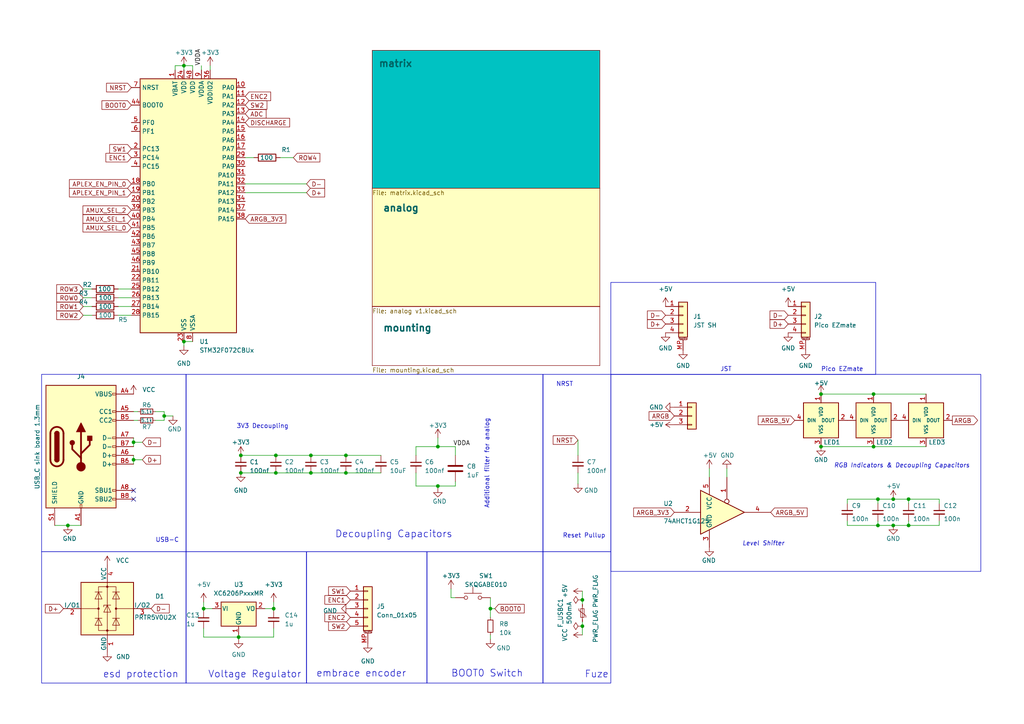
<source format=kicad_sch>
(kicad_sch (version 20231120) (generator "eeschema") (generator_version "8.0")
  (paper "A4")
  (lib_symbols
    (symbol "+3V3_1" (power) (pin_names (offset 0))
      (property "Value" "+3V3_1" (at 0 3.556 0))
      (symbol "+3V3_1_0_1"
        (polyline (pts (xy -0.762 1.27) (xy 0 2.54)))
        (polyline (pts (xy 0 0) (xy 0 2.54)))
        (polyline (pts (xy 0 2.54) (xy 0.762 1.27)))
      )
      (symbol "+3V3_1_1_1"
        (pin power_in line (at 0 0 90) (length 0) hide (name "+3V3") (number "1"))
      )
    )
    (symbol "74xGxx:74AHCT1G125"
      (property "Reference" "U" (at -2.54 3.81 0))
      (property "Value" "74AHCT1G125" (at 0 -3.81 0))
      (symbol "74AHCT1G125_0_1"
        (polyline (pts (xy -7.62 6.35) (xy -7.62 -6.35) (xy 5.08 0) (xy -7.62 6.35)) (stroke (width 0.254)) (fill (type background)))
      )
      (symbol "74AHCT1G125_1_1"
        (pin input inverted (at 0 10.16 270) (length 7.62) (name "~") (number "1"))
        (pin input line (at -15.24 0 0) (length 7.62) (name "~") (number "2"))
        (pin power_in line (at -5.08 -10.16 90) (length 5.08) (name "GND") (number "3"))
        (pin tri_state line (at 12.7 0 180) (length 7.62) (name "~") (number "4"))
        (pin power_in line (at -5.08 10.16 270) (length 5.08) (name "VCC") (number "5"))
      )
    )
    (symbol "Connector:USB_C_Receptacle_USB2.0" (pin_names (offset 1.016))
      (property "Reference" "J" (at -10.16 19.05 0))
      (property "Value" "USB_C_Receptacle_USB2.0" (at 19.05 19.05 0))
      (symbol "USB_C_Receptacle_USB2.0_0_0"
        (rectangle (start -0.254 -17.78) (end 0.254 -16.764))
        (rectangle (start 10.16 -14.986) (end 9.144 -15.494))
        (rectangle (start 10.16 -12.446) (end 9.144 -12.954))
        (rectangle (start 10.16 -4.826) (end 9.144 -5.334))
        (rectangle (start 10.16 -2.286) (end 9.144 -2.794))
        (rectangle (start 10.16 0.254) (end 9.144 -0.254))
        (rectangle (start 10.16 2.794) (end 9.144 2.286))
        (rectangle (start 10.16 7.874) (end 9.144 7.366))
        (rectangle (start 10.16 10.414) (end 9.144 9.906))
        (rectangle (start 10.16 15.494) (end 9.144 14.986))
      )
      (symbol "USB_C_Receptacle_USB2.0_0_1"
        (rectangle (start -10.16 17.78) (end 10.16 -17.78) (stroke (width 0.254)) (fill (type background)))
        (arc (start -8.89 -3.81) (mid -6.985 -5.7067) (end -5.08 -3.81) (stroke (width 0.508)))
        (arc (start -7.62 -3.81) (mid -6.985 -4.4423) (end -6.35 -3.81) (stroke (width 0.254)))
        (arc (start -7.62 -3.81) (mid -6.985 -4.4423) (end -6.35 -3.81) (stroke (width 0.254)) (fill (type outline)))
        (rectangle (start -7.62 -3.81) (end -6.35 3.81) (stroke (width 0.254)) (fill (type outline)))
        (arc (start -6.35 3.81) (mid -6.985 4.4423) (end -7.62 3.81) (stroke (width 0.254)))
        (arc (start -6.35 3.81) (mid -6.985 4.4423) (end -7.62 3.81) (stroke (width 0.254)) (fill (type outline)))
        (arc (start -5.08 3.81) (mid -6.985 5.7067) (end -8.89 3.81) (stroke (width 0.508)))
        (circle (center -2.54 1.143) (radius 0.635) (stroke (width 0.254)) (fill (type outline)))
        (circle (center 0 -5.842) (radius 1.27) (fill (type outline)))
        (polyline (pts (xy -8.89 -3.81) (xy -8.89 3.81)) (stroke (width 0.508)))
        (polyline (pts (xy -5.08 3.81) (xy -5.08 -3.81)) (stroke (width 0.508)))
        (polyline (pts (xy 0 -5.842) (xy 0 4.318)) (stroke (width 0.508)))
        (polyline (pts (xy 0 -3.302) (xy -2.54 -0.762) (xy -2.54 0.508)) (stroke (width 0.508)))
        (polyline (pts (xy 0 -2.032) (xy 2.54 0.508) (xy 2.54 1.778)) (stroke (width 0.508)))
        (polyline (pts (xy -1.27 4.318) (xy 0 6.858) (xy 1.27 4.318) (xy -1.27 4.318)) (stroke (width 0.254)) (fill (type outline)))
        (rectangle (start 1.905 1.778) (end 3.175 3.048) (stroke (width 0.254)) (fill (type outline)))
      )
      (symbol "USB_C_Receptacle_USB2.0_1_1"
        (pin passive line (at 0 -22.86 90) (length 5.08) (name "GND") (number "A1"))
        (pin passive line (at 0 -22.86 90) (length 5.08) hide (name "GND") (number "A12"))
        (pin passive line (at 15.24 15.24 180) (length 5.08) (name "VBUS") (number "A4"))
        (pin bidirectional line (at 15.24 10.16 180) (length 5.08) (name "CC1") (number "A5"))
        (pin bidirectional line (at 15.24 -2.54 180) (length 5.08) (name "D+") (number "A6"))
        (pin bidirectional line (at 15.24 2.54 180) (length 5.08) (name "D-") (number "A7"))
        (pin bidirectional line (at 15.24 -12.7 180) (length 5.08) (name "SBU1") (number "A8"))
        (pin passive line (at 15.24 15.24 180) (length 5.08) hide (name "VBUS") (number "A9"))
        (pin passive line (at 0 -22.86 90) (length 5.08) hide (name "GND") (number "B1"))
        (pin passive line (at 0 -22.86 90) (length 5.08) hide (name "GND") (number "B12"))
        (pin passive line (at 15.24 15.24 180) (length 5.08) hide (name "VBUS") (number "B4"))
        (pin bidirectional line (at 15.24 7.62 180) (length 5.08) (name "CC2") (number "B5"))
        (pin bidirectional line (at 15.24 -5.08 180) (length 5.08) (name "D+") (number "B6"))
        (pin bidirectional line (at 15.24 0 180) (length 5.08) (name "D-") (number "B7"))
        (pin bidirectional line (at 15.24 -15.24 180) (length 5.08) (name "SBU2") (number "B8"))
        (pin passive line (at 15.24 15.24 180) (length 5.08) hide (name "VBUS") (number "B9"))
        (pin passive line (at -7.62 -22.86 90) (length 5.08) (name "SHIELD") (number "S1"))
      )
    )
    (symbol "Connector_Generic:Conn_01x03" (pin_names (offset 1.016) hide)
      (property "Reference" "J" (at 0 5.08 0))
      (property "Value" "Conn_01x03" (at 0 -5.08 0))
      (symbol "Conn_01x03_1_1"
        (rectangle (start -1.27 -2.413) (end 0 -2.667) (stroke (width 0.1524)))
        (rectangle (start -1.27 0.127) (end 0 -0.127) (stroke (width 0.1524)))
        (rectangle (start -1.27 2.667) (end 0 2.413) (stroke (width 0.1524)))
        (rectangle (start -1.27 3.81) (end 1.27 -3.81) (stroke (width 0.254)) (fill (type background)))
        (pin passive line (at -5.08 2.54 0) (length 3.81) (name "Pin_1") (number "1"))
        (pin passive line (at -5.08 0 0) (length 3.81) (name "Pin_2") (number "2"))
        (pin passive line (at -5.08 -2.54 0) (length 3.81) (name "Pin_3") (number "3"))
      )
    )
    (symbol "Connector_Generic_MountingPin:Conn_01x04_MountingPin" (pin_names (offset 1.016) hide)
      (property "Reference" "J" (at 0 5.08 0))
      (property "Value" "Conn_01x04_MountingPin" (at 1.27 -7.62 0))
      (symbol "Conn_01x04_MountingPin_1_1"
        (rectangle (start -1.27 -4.953) (end 0 -5.207) (stroke (width 0.1524)))
        (rectangle (start -1.27 -2.413) (end 0 -2.667) (stroke (width 0.1524)))
        (rectangle (start -1.27 0.127) (end 0 -0.127) (stroke (width 0.1524)))
        (rectangle (start -1.27 2.667) (end 0 2.413) (stroke (width 0.1524)))
        (rectangle (start -1.27 3.81) (end 1.27 -6.35) (stroke (width 0.254)) (fill (type background)))
        (polyline (pts (xy -1.016 -7.112) (xy 1.016 -7.112)) (stroke (width 0.1524)))
        (text "Mounting" (at 0 -6.731 0) (effects (font (size 0.381 0.381))))
        (pin passive line (at -5.08 2.54 0) (length 3.81) (name "Pin_1") (number "1"))
        (pin passive line (at -5.08 0 0) (length 3.81) (name "Pin_2") (number "2"))
        (pin passive line (at -5.08 -2.54 0) (length 3.81) (name "Pin_3") (number "3"))
        (pin passive line (at -5.08 -5.08 0) (length 3.81) (name "Pin_4") (number "4"))
        (pin passive line (at 0 -10.16 90) (length 3.048) (name "MountPin") (number "MP"))
      )
    )
    (symbol "Connector_Generic_MountingPin:Conn_01x05_MountingPin" (pin_names (offset 1.016) hide)
      (property "Reference" "J" (at 0 7.62 0))
      (property "Value" "Conn_01x05_MountingPin" (at 1.27 -7.62 0))
      (symbol "Conn_01x05_MountingPin_1_1"
        (rectangle (start -1.27 -4.953) (end 0 -5.207) (stroke (width 0.1524)))
        (rectangle (start -1.27 -2.413) (end 0 -2.667) (stroke (width 0.1524)))
        (rectangle (start -1.27 0.127) (end 0 -0.127) (stroke (width 0.1524)))
        (rectangle (start -1.27 2.667) (end 0 2.413) (stroke (width 0.1524)))
        (rectangle (start -1.27 5.207) (end 0 4.953) (stroke (width 0.1524)))
        (rectangle (start -1.27 6.35) (end 1.27 -6.35) (stroke (width 0.254)) (fill (type background)))
        (polyline (pts (xy -1.016 -7.112) (xy 1.016 -7.112)) (stroke (width 0.1524)))
        (text "Mounting" (at 0 -6.731 0) (effects (font (size 0.381 0.381))))
        (pin passive line (at -5.08 5.08 0) (length 3.81) (name "Pin_1") (number "1"))
        (pin passive line (at -5.08 2.54 0) (length 3.81) (name "Pin_2") (number "2"))
        (pin passive line (at -5.08 0 0) (length 3.81) (name "Pin_3") (number "3"))
        (pin passive line (at -5.08 -2.54 0) (length 3.81) (name "Pin_4") (number "4"))
        (pin passive line (at -5.08 -5.08 0) (length 3.81) (name "Pin_5") (number "5"))
        (pin passive line (at 0 -10.16 90) (length 3.048) (name "MountPin") (number "MP"))
      )
    )
    (symbol "Device:C" (pin_numbers hide) (pin_names (offset 0.254))
      (property "Reference" "C" (at 0.635 2.54 0))
      (property "Value" "C" (at 0.635 -2.54 0))
      (symbol "C_0_1"
        (polyline (pts (xy -2.032 -0.762) (xy 2.032 -0.762)) (stroke (width 0.508)))
        (polyline (pts (xy -2.032 0.762) (xy 2.032 0.762)) (stroke (width 0.508)))
      )
      (symbol "C_1_1"
        (pin passive line (at 0 3.81 270) (length 2.794) (name "~") (number "1"))
        (pin passive line (at 0 -3.81 90) (length 2.794) (name "~") (number "2"))
      )
    )
    (symbol "Device:C_Small" (pin_numbers hide) (pin_names (offset 0.254) hide)
      (property "Reference" "C" (at 0.254 1.778 0))
      (property "Value" "C_Small" (at 0.254 -2.032 0))
      (symbol "C_Small_0_1"
        (polyline (pts (xy -1.524 -0.508) (xy 1.524 -0.508)) (stroke (width 0.3302)))
        (polyline (pts (xy -1.524 0.508) (xy 1.524 0.508)) (stroke (width 0.3048)))
      )
      (symbol "C_Small_1_1"
        (pin passive line (at 0 2.54 270) (length 2.032) (name "~") (number "1"))
        (pin passive line (at 0 -2.54 90) (length 2.032) (name "~") (number "2"))
      )
    )
    (symbol "Device:Polyfuse_Small" (pin_numbers hide) (pin_names (offset 0))
      (property "Reference" "F" (at -1.905 0 90))
      (property "Value" "Polyfuse_Small" (at 1.905 0 90))
      (symbol "Polyfuse_Small_0_1"
        (rectangle (start -0.508 1.27) (end 0.508 -1.27))
        (polyline (pts (xy 0 2.54) (xy 0 -2.54)))
        (polyline (pts (xy -1.016 1.27) (xy -1.016 0.762) (xy 1.016 -0.762) (xy 1.016 -1.27)))
      )
      (symbol "Polyfuse_Small_1_1"
        (pin passive line (at 0 2.54 270) (length 0.635) (name "~") (number "1"))
        (pin passive line (at 0 -2.54 90) (length 0.635) (name "~") (number "2"))
      )
    )
    (symbol "Device:R" (pin_numbers hide) (pin_names (offset 0))
      (property "Reference" "R" (at 2.032 0 90))
      (property "Value" "R" (at 0 0 90))
      (symbol "R_0_1"
        (rectangle (start -1.016 -2.54) (end 1.016 2.54) (stroke (width 0.254)))
      )
      (symbol "R_1_1"
        (pin passive line (at 0 3.81 270) (length 1.27) (name "~") (number "1"))
        (pin passive line (at 0 -3.81 90) (length 1.27) (name "~") (number "2"))
      )
    )
    (symbol "Device:R_Small" (pin_numbers hide) (pin_names (offset 0.254) hide)
      (property "Reference" "R" (at 0.762 0.508 0))
      (property "Value" "R_Small" (at 0.762 -1.016 0))
      (symbol "R_Small_0_1"
        (rectangle (start -0.762 1.778) (end 0.762 -1.778) (stroke (width 0.2032)))
      )
      (symbol "R_Small_1_1"
        (pin passive line (at 0 2.54 270) (length 0.762) (name "~") (number "1"))
        (pin passive line (at 0 -2.54 90) (length 0.762) (name "~") (number "2"))
      )
    )
    (symbol "GND_1" (power) (pin_names (offset 0))
      (property "Value" "GND_1" (at 0 -3.81 0))
      (symbol "GND_1_0_1"
        (polyline (pts (xy 0 0) (xy 0 -1.27) (xy 1.27 -1.27) (xy 0 -2.54) (xy -1.27 -1.27) (xy 0 -1.27)))
      )
      (symbol "GND_1_1_1"
        (pin power_in line (at 0 0 270) (length 0) hide (name "GND") (number "1"))
      )
    )
    (symbol "MCU_ST_STM32F0:STM32F072CBUx"
      (property "Reference" "U" (at -12.7 39.37 0))
      (property "Value" "STM32F072CBUx" (at 10.16 39.37 0))
      (symbol "STM32F072CBUx_0_1"
        (rectangle (start -12.7 -35.56) (end 15.24 38.1) (stroke (width 0.254)) (fill (type background)))
      )
      (symbol "STM32F072CBUx_1_1"
        (pin power_in line (at -2.54 40.64 270) (length 2.54) (name "VBAT") (number "1"))
        (pin bidirectional line (at 17.78 35.56 180) (length 2.54) (name "PA0") (number "10"))
        (pin bidirectional line (at 17.78 33.02 180) (length 2.54) (name "PA1") (number "11"))
        (pin bidirectional line (at 17.78 30.48 180) (length 2.54) (name "PA2") (number "12"))
        (pin bidirectional line (at 17.78 27.94 180) (length 2.54) (name "PA3") (number "13"))
        (pin bidirectional line (at 17.78 25.4 180) (length 2.54) (name "PA4") (number "14"))
        (pin bidirectional line (at 17.78 22.86 180) (length 2.54) (name "PA5") (number "15"))
        (pin bidirectional line (at 17.78 20.32 180) (length 2.54) (name "PA6") (number "16"))
        (pin bidirectional line (at 17.78 17.78 180) (length 2.54) (name "PA7") (number "17"))
        (pin bidirectional line (at -15.24 7.62 0) (length 2.54) (name "PB0") (number "18"))
        (pin bidirectional line (at -15.24 5.08 0) (length 2.54) (name "PB1") (number "19"))
        (pin bidirectional line (at -15.24 17.78 0) (length 2.54) (name "PC13") (number "2"))
        (pin bidirectional line (at -15.24 2.54 0) (length 2.54) (name "PB2") (number "20"))
        (pin bidirectional line (at -15.24 -17.78 0) (length 2.54) (name "PB10") (number "21"))
        (pin bidirectional line (at -15.24 -20.32 0) (length 2.54) (name "PB11") (number "22"))
        (pin power_in line (at 0 -38.1 90) (length 2.54) (name "VSS") (number "23"))
        (pin power_in line (at 0 40.64 270) (length 2.54) (name "VDD") (number "24"))
        (pin bidirectional line (at -15.24 -22.86 0) (length 2.54) (name "PB12") (number "25"))
        (pin bidirectional line (at -15.24 -25.4 0) (length 2.54) (name "PB13") (number "26"))
        (pin bidirectional line (at -15.24 -27.94 0) (length 2.54) (name "PB14") (number "27"))
        (pin bidirectional line (at -15.24 -30.48 0) (length 2.54) (name "PB15") (number "28"))
        (pin bidirectional line (at 17.78 15.24 180) (length 2.54) (name "PA8") (number "29"))
        (pin bidirectional line (at -15.24 15.24 0) (length 2.54) (name "PC14") (number "3"))
        (pin bidirectional line (at 17.78 12.7 180) (length 2.54) (name "PA9") (number "30"))
        (pin bidirectional line (at 17.78 10.16 180) (length 2.54) (name "PA10") (number "31"))
        (pin bidirectional line (at 17.78 7.62 180) (length 2.54) (name "PA11") (number "32"))
        (pin bidirectional line (at 17.78 5.08 180) (length 2.54) (name "PA12") (number "33"))
        (pin bidirectional line (at 17.78 2.54 180) (length 2.54) (name "PA13") (number "34"))
        (pin passive line (at 0 -38.1 90) (length 2.54) hide (name "VSS") (number "35"))
        (pin power_in line (at 7.62 40.64 270) (length 2.54) (name "VDDIO2") (number "36"))
        (pin bidirectional line (at 17.78 0 180) (length 2.54) (name "PA14") (number "37"))
        (pin bidirectional line (at 17.78 -2.54 180) (length 2.54) (name "PA15") (number "38"))
        (pin bidirectional line (at -15.24 0 0) (length 2.54) (name "PB3") (number "39"))
        (pin bidirectional line (at -15.24 12.7 0) (length 2.54) (name "PC15") (number "4"))
        (pin bidirectional line (at -15.24 -2.54 0) (length 2.54) (name "PB4") (number "40"))
        (pin bidirectional line (at -15.24 -5.08 0) (length 2.54) (name "PB5") (number "41"))
        (pin bidirectional line (at -15.24 -7.62 0) (length 2.54) (name "PB6") (number "42"))
        (pin bidirectional line (at -15.24 -10.16 0) (length 2.54) (name "PB7") (number "43"))
        (pin input line (at -15.24 30.48 0) (length 2.54) (name "BOOT0") (number "44"))
        (pin bidirectional line (at -15.24 -12.7 0) (length 2.54) (name "PB8") (number "45"))
        (pin bidirectional line (at -15.24 -15.24 0) (length 2.54) (name "PB9") (number "46"))
        (pin passive line (at 0 -38.1 90) (length 2.54) hide (name "VSS") (number "47"))
        (pin power_in line (at 2.54 40.64 270) (length 2.54) (name "VDD") (number "48"))
        (pin passive line (at 0 -38.1 90) (length 2.54) hide (name "VSS") (number "49"))
        (pin bidirectional line (at -15.24 25.4 0) (length 2.54) (name "PF0") (number "5"))
        (pin bidirectional line (at -15.24 22.86 0) (length 2.54) (name "PF1") (number "6"))
        (pin input line (at -15.24 35.56 0) (length 2.54) (name "NRST") (number "7"))
        (pin power_in line (at 2.54 -38.1 90) (length 2.54) (name "VSSA") (number "8"))
        (pin power_in line (at 5.08 40.64 270) (length 2.54) (name "VDDA") (number "9"))
      )
    )
    (symbol "Power_Protection:PRTR5V0U2X" (pin_names (offset 0))
      (property "Reference" "D" (at 2.794 8.636 0))
      (property "Value" "PRTR5V0U2X" (at 8.128 -9.398 0))
      (symbol "PRTR5V0U2X_0_1"
        (rectangle (start -7.62 -7.62) (end 7.62 7.62) (stroke (width 0.254)) (fill (type background)))
        (circle (center -2.54 0) (radius 0.254) (fill (type outline)))
        (rectangle (start -2.54 6.35) (end 2.54 -6.35))
        (circle (center 0 -6.35) (radius 0.254) (fill (type outline)))
        (polyline (pts (xy -2.54 0) (xy -7.62 0)))
        (polyline (pts (xy -1.524 -2.794) (xy -3.556 -2.794)))
        (polyline (pts (xy -1.524 4.826) (xy -3.556 4.826)))
        (polyline (pts (xy 0 -7.62) (xy 0 7.62)))
        (polyline (pts (xy 1.524 -2.794) (xy 3.556 -2.794)))
        (polyline (pts (xy 1.524 4.826) (xy 3.556 4.826)))
        (polyline (pts (xy 2.54 0) (xy 7.62 0)))
        (polyline (pts (xy 1.016 1.016) (xy -1.016 1.016) (xy -1.016 0.508)))
        (polyline (pts (xy -3.556 -4.826) (xy -1.524 -4.826) (xy -2.54 -2.794) (xy -3.556 -4.826)))
        (polyline (pts (xy -3.556 2.794) (xy -1.524 2.794) (xy -2.54 4.826) (xy -3.556 2.794)))
        (polyline (pts (xy -1.016 -1.016) (xy 1.016 -1.016) (xy 0 1.016) (xy -1.016 -1.016)))
        (polyline (pts (xy 3.556 -4.826) (xy 1.524 -4.826) (xy 2.54 -2.794) (xy 3.556 -4.826)))
        (polyline (pts (xy 3.556 2.794) (xy 1.524 2.794) (xy 2.54 4.826) (xy 3.556 2.794)))
        (circle (center 0 6.35) (radius 0.254) (fill (type outline)))
        (circle (center 2.54 0) (radius 0.254) (fill (type outline)))
      )
      (symbol "PRTR5V0U2X_1_1"
        (pin passive line (at 0 -12.7 90) (length 5.08) (name "GND") (number "1"))
        (pin passive line (at -12.7 0 0) (length 5.08) (name "I/O1") (number "2"))
        (pin passive line (at 12.7 0 180) (length 5.08) (name "I/O2") (number "3"))
        (pin passive line (at 0 12.7 270) (length 5.08) (name "VCC") (number "4"))
      )
    )
    (symbol "Regulator_Linear:XC6206PxxxMR" (pin_names (offset 0.254))
      (property "Reference" "U" (at -3.81 3.175 0))
      (property "Value" "XC6206PxxxMR" (at 0 3.175 0))
      (symbol "XC6206PxxxMR_0_1"
        (rectangle (start -5.08 1.905) (end 5.08 -5.08) (stroke (width 0.254)) (fill (type background)))
      )
      (symbol "XC6206PxxxMR_1_1"
        (pin power_in line (at 0 -7.62 90) (length 2.54) (name "GND") (number "1"))
        (pin power_out line (at 7.62 0 180) (length 2.54) (name "VO") (number "2"))
        (pin power_in line (at -7.62 0 0) (length 2.54) (name "VI") (number "3"))
      )
    )
    (symbol "Switch:SW_Push" (pin_numbers hide) (pin_names (offset 1.016) hide)
      (property "Reference" "SW" (at 1.27 2.54 0))
      (property "Value" "SW_Push" (at 0 -1.524 0))
      (symbol "SW_Push_0_1"
        (circle (center -2.032 0) (radius 0.508))
        (polyline (pts (xy 0 1.27) (xy 0 3.048)))
        (polyline (pts (xy 2.54 1.27) (xy -2.54 1.27)))
        (circle (center 2.032 0) (radius 0.508))
        (pin passive line (at -5.08 0 0) (length 2.54) (name "1") (number "1"))
        (pin passive line (at 5.08 0 180) (length 2.54) (name "2") (number "2"))
      )
    )
    (symbol "cipulot_parts:YS-SK6812MINI-E" (pin_names (offset 1.016))
      (property "Reference" "LED" (at 2.54 -7.62 0))
      (property "Value" "YS-SK6812MINI-E" (at 6.35 -6.35 0))
      (symbol "YS-SK6812MINI-E_0_1"
        (rectangle (start -5.08 5.08) (end 5.08 -5.08) (stroke (width 0.254)) (fill (type background)))
      )
      (symbol "YS-SK6812MINI-E_1_1"
        (pin power_in line (at 0 7.62 270) (length 2.54) (name "VDD") (number "1"))
        (pin output line (at 7.62 0 180) (length 2.54) (name "DOUT") (number "2"))
        (pin power_in line (at 0 -7.62 90) (length 2.54) (name "VSS") (number "3"))
        (pin input line (at -7.62 0 0) (length 2.54) (name "DIN") (number "4"))
      )
    )
    (symbol "power:+3.3V" (power) (pin_names (offset 0))
      (property "Value" "+3.3V" (at 0 3.556 0))
      (symbol "+3.3V_0_1"
        (polyline (pts (xy -0.762 1.27) (xy 0 2.54)))
        (polyline (pts (xy 0 0) (xy 0 2.54)))
        (polyline (pts (xy 0 2.54) (xy 0.762 1.27)))
      )
      (symbol "+3.3V_1_1"
        (pin power_in line (at 0 0 90) (length 0) hide (name "+3V3") (number "1"))
      )
    )
    (symbol "power:+3V3" (power) (pin_names (offset 0))
      (property "Value" "+3V3" (at 0 3.556 0))
      (symbol "+3V3_0_1"
        (polyline (pts (xy -0.762 1.27) (xy 0 2.54)))
        (polyline (pts (xy 0 0) (xy 0 2.54)))
        (polyline (pts (xy 0 2.54) (xy 0.762 1.27)))
      )
      (symbol "+3V3_1_1"
        (pin power_in line (at 0 0 90) (length 0) hide (name "+3V3") (number "1"))
      )
    )
    (symbol "power:+5V" (power) (pin_names (offset 0))
      (property "Value" "+5V" (at 0 3.556 0))
      (symbol "+5V_0_1"
        (polyline (pts (xy -0.762 1.27) (xy 0 2.54)))
        (polyline (pts (xy 0 0) (xy 0 2.54)))
        (polyline (pts (xy 0 2.54) (xy 0.762 1.27)))
      )
      (symbol "+5V_1_1"
        (pin power_in line (at 0 0 90) (length 0) hide (name "+5V") (number "1"))
      )
    )
    (symbol "power:GND" (power) (pin_names (offset 0))
      (property "Value" "GND" (at 0 -3.81 0))
      (symbol "GND_0_1"
        (polyline (pts (xy 0 0) (xy 0 -1.27) (xy 1.27 -1.27) (xy 0 -2.54) (xy -1.27 -1.27) (xy 0 -1.27)))
      )
      (symbol "GND_1_1"
        (pin power_in line (at 0 0 270) (length 0) hide (name "GND") (number "1"))
      )
    )
    (symbol "power:PWR_FLAG" (power) (pin_numbers hide) (pin_names (offset 0) hide)
      (property "Value" "PWR_FLAG" (at 0 3.81 0))
      (symbol "PWR_FLAG_0_0"
        (pin power_out line (at 0 0 90) (length 0) (name "pwr") (number "1"))
      )
      (symbol "PWR_FLAG_0_1"
        (polyline (pts (xy 0 0) (xy 0 1.27) (xy -1.016 1.905) (xy 0 2.54) (xy 1.016 1.905) (xy 0 1.27)))
      )
    )
    (symbol "power:VCC" (power) (pin_names (offset 0))
      (property "Value" "VCC" (at 0 3.81 0))
      (symbol "VCC_0_1"
        (polyline (pts (xy -0.762 1.27) (xy 0 2.54)))
        (polyline (pts (xy 0 0) (xy 0 2.54)))
        (polyline (pts (xy 0 2.54) (xy 0.762 1.27)))
      )
      (symbol "VCC_1_1"
        (pin power_in line (at 0 0 90) (length 0) hide (name "VCC") (number "1"))
      )
    )
  )
  (junction (at 90.17 132.08))
  (junction (at 53.34 19.05))
  (junction (at 127 129.54))
  (junction (at 69.85 132.08))
  (junction (at 79.375 176.53))
  (junction (at 253.365 114.3))
  (junction (at 90.17 137.16))
  (junction (at 47.625 120.65))
  (junction (at 238.125 114.3))
  (junction (at 254.635 144.78))
  (junction (at 253.365 129.54))
  (junction (at 59.055 176.53))
  (junction (at 127 140.97))
  (junction (at 80.01 137.16))
  (junction (at 254.635 152.4))
  (junction (at 80.01 132.08))
  (junction (at 38.735 128.27))
  (junction (at 69.85 137.16))
  (junction (at 259.08 152.4))
  (junction (at 142.24 176.53))
  (junction (at 19.685 152.4))
  (junction (at 168.91 181.61))
  (junction (at 263.525 144.78))
  (junction (at 100.33 132.08))
  (junction (at 168.91 173.99))
  (junction (at 259.08 144.78))
  (junction (at 100.33 137.16))
  (junction (at 263.525 152.4))
  (junction (at 53.34 99.06))
  (junction (at 38.735 133.35))
  (junction (at 69.215 184.785))
  (junction (at 238.125 129.54))
  (no_connect (at 38.735 142.24))
  (no_connect (at 38.735 144.78))
  (wire (pts (xy 132.08 173.355) (xy 130.81 173.355)))
  (wire (pts (xy 38.735 133.35) (xy 38.735 134.62)))
  (wire (pts (xy 24.13 86.36) (xy 26.67 86.36)))
  (wire (pts (xy 167.64 140.335) (xy 167.64 137.16)))
  (wire (pts (xy 53.34 100.33) (xy 53.34 99.06)))
  (wire (pts (xy 59.055 177.165) (xy 59.055 176.53)))
  (wire (pts (xy 59.055 176.53) (xy 61.595 176.53)))
  (wire (pts (xy 90.17 132.08) (xy 100.33 132.08)))
  (wire (pts (xy 168.91 175.26) (xy 168.91 173.99)))
  (wire (pts (xy 245.745 151.13) (xy 245.745 152.4)))
  (wire (pts (xy 34.29 86.36) (xy 38.1 86.36)))
  (wire (pts (xy 210.82 135.89) (xy 210.82 138.43)))
  (wire (pts (xy 24.13 88.9) (xy 26.67 88.9)))
  (wire (pts (xy 38.735 119.38) (xy 40.005 119.38)))
  (wire (pts (xy 100.33 137.16) (xy 110.49 137.16)))
  (wire (pts (xy 132.08 139.7) (xy 132.08 140.97)))
  (wire (pts (xy 272.415 151.13) (xy 272.415 152.4)))
  (wire (pts (xy 80.01 132.08) (xy 90.17 132.08)))
  (wire (pts (xy 50.8 19.05) (xy 53.34 19.05)))
  (wire (pts (xy 79.375 176.53) (xy 79.375 177.165)))
  (wire (pts (xy 168.91 184.15) (xy 168.91 181.61)))
  (wire (pts (xy 69.215 184.15) (xy 69.215 184.785)))
  (wire (pts (xy 254.635 144.78) (xy 254.635 146.05)))
  (wire (pts (xy 253.365 129.54) (xy 268.605 129.54)))
  (wire (pts (xy 259.08 144.78) (xy 263.525 144.78)))
  (wire (pts (xy 50.8 19.05) (xy 50.8 20.32)))
  (wire (pts (xy 130.81 173.355) (xy 130.81 170.815)))
  (wire (pts (xy 15.875 152.4) (xy 19.685 152.4)))
  (wire (pts (xy 142.24 176.53) (xy 143.51 176.53)))
  (wire (pts (xy 272.415 144.78) (xy 272.415 146.05)))
  (wire (pts (xy 81.28 45.72) (xy 85.09 45.72)))
  (wire (pts (xy 168.91 173.99) (xy 168.91 171.45)))
  (wire (pts (xy 253.365 114.3) (xy 268.605 114.3)))
  (wire (pts (xy 47.625 119.38) (xy 47.625 120.65)))
  (wire (pts (xy 127 140.97) (xy 132.08 140.97)))
  (wire (pts (xy 142.24 176.53) (xy 142.24 179.07)))
  (wire (pts (xy 69.215 184.785) (xy 69.215 185.42)))
  (wire (pts (xy 90.17 137.16) (xy 100.33 137.16)))
  (wire (pts (xy 142.24 173.355) (xy 142.24 176.53)))
  (wire (pts (xy 132.08 129.54) (xy 132.08 132.08)))
  (wire (pts (xy 58.42 19.05) (xy 58.42 20.32)))
  (wire (pts (xy 263.525 152.4) (xy 272.415 152.4)))
  (wire (pts (xy 38.735 132.08) (xy 38.735 133.35)))
  (wire (pts (xy 69.215 184.785) (xy 79.375 184.785)))
  (wire (pts (xy 263.525 144.78) (xy 263.525 146.05)))
  (wire (pts (xy 120.65 129.54) (xy 127 129.54)))
  (wire (pts (xy 38.735 128.27) (xy 38.735 129.54)))
  (wire (pts (xy 88.9 55.88) (xy 71.12 55.88)))
  (wire (pts (xy 45.085 121.92) (xy 47.625 121.92)))
  (wire (pts (xy 53.34 99.06) (xy 55.88 99.06)))
  (wire (pts (xy 59.055 176.53) (xy 59.055 174.625)))
  (wire (pts (xy 24.13 91.44) (xy 26.67 91.44)))
  (wire (pts (xy 168.91 181.61) (xy 168.91 180.34)))
  (wire (pts (xy 76.835 176.53) (xy 79.375 176.53)))
  (wire (pts (xy 47.625 120.65) (xy 47.625 121.92)))
  (wire (pts (xy 53.34 19.05) (xy 55.88 19.05)))
  (wire (pts (xy 53.34 19.05) (xy 53.34 20.32)))
  (wire (pts (xy 120.65 129.54) (xy 120.65 132.08)))
  (wire (pts (xy 71.12 45.72) (xy 73.66 45.72)))
  (wire (pts (xy 127 129.54) (xy 132.08 129.54)))
  (wire (pts (xy 24.13 83.82) (xy 26.67 83.82)))
  (wire (pts (xy 34.29 83.82) (xy 38.1 83.82)))
  (wire (pts (xy 254.635 151.13) (xy 254.635 152.4)))
  (wire (pts (xy 142.24 184.15) (xy 142.24 185.42)))
  (wire (pts (xy 245.745 144.78) (xy 245.745 146.05)))
  (wire (pts (xy 263.525 151.13) (xy 263.525 152.4)))
  (wire (pts (xy 69.215 184.785) (xy 59.055 184.785)))
  (wire (pts (xy 167.64 127.635) (xy 167.64 132.08)))
  (wire (pts (xy 259.08 152.4) (xy 263.525 152.4)))
  (wire (pts (xy 127 140.97) (xy 127 141.605)))
  (wire (pts (xy 38.735 127) (xy 38.735 128.27)))
  (wire (pts (xy 38.735 121.92) (xy 40.005 121.92)))
  (wire (pts (xy 254.635 152.4) (xy 259.08 152.4)))
  (wire (pts (xy 60.96 19.05) (xy 60.96 20.32)))
  (wire (pts (xy 120.65 140.97) (xy 127 140.97)))
  (wire (pts (xy 34.29 91.44) (xy 38.1 91.44)))
  (wire (pts (xy 34.29 88.9) (xy 38.1 88.9)))
  (wire (pts (xy 45.085 119.38) (xy 47.625 119.38)))
  (wire (pts (xy 59.055 184.785) (xy 59.055 182.245)))
  (wire (pts (xy 254.635 144.78) (xy 259.08 144.78)))
  (wire (pts (xy 238.125 114.3) (xy 253.365 114.3)))
  (wire (pts (xy 47.625 120.65) (xy 50.165 120.65)))
  (wire (pts (xy 263.525 144.78) (xy 272.415 144.78)))
  (wire (pts (xy 245.745 152.4) (xy 254.635 152.4)))
  (wire (pts (xy 127 127) (xy 127 129.54)))
  (wire (pts (xy 88.9 53.34) (xy 71.12 53.34)))
  (wire (pts (xy 238.125 129.54) (xy 253.365 129.54)))
  (wire (pts (xy 100.33 132.08) (xy 110.49 132.08)))
  (wire (pts (xy 69.85 137.16) (xy 80.01 137.16)))
  (wire (pts (xy 80.01 137.16) (xy 90.17 137.16)))
  (wire (pts (xy 79.375 176.53) (xy 79.375 174.625)))
  (wire (pts (xy 55.88 19.05) (xy 55.88 20.32)))
  (wire (pts (xy 205.74 135.89) (xy 205.74 138.43)))
  (wire (pts (xy 79.375 184.785) (xy 79.375 182.245)))
  (wire (pts (xy 38.735 128.27) (xy 41.275 128.27)))
  (wire (pts (xy 19.685 152.4) (xy 23.495 152.4)))
  (wire (pts (xy 69.85 132.08) (xy 80.01 132.08)))
  (wire (pts (xy 120.65 137.16) (xy 120.65 140.97)))
  (wire (pts (xy 38.735 133.35) (xy 41.275 133.35)))
  (wire (pts (xy 245.745 144.78) (xy 254.635 144.78)))
  (rectangle (start 177.165 108.585) (end 284.48 165.735))
  (rectangle (start 123.825 160.02) (end 157.48 198.12))
  (rectangle (start 157.48 108.585) (end 177.165 160.02))
  (rectangle (start 12.065 108.585) (end 53.975 160.02))
  (rectangle (start 88.9 160.02) (end 123.825 198.12))
  (rectangle (start 12.065 160.02) (end 53.975 198.12))
  (rectangle (start 177.165 81.915) (end 254 108.585))
  (rectangle (start 157.48 160.02) (end 177.165 198.12))
  (rectangle (start 53.975 108.585) (end 157.48 160.02))
  (rectangle (start 53.975 160.02) (end 88.9 198.12))
  (text "embrace encoder" (at 91.694 196.596 0) (effects (font (size 2 2)) (justify left bottom)))
  (text "Pico EZmate" (at 238.125 107.95 0) (effects (font (size 1.27 1.27)) (justify left bottom)))
  (text "Fuze\n" (at 169.545 196.85 0) (effects (font (size 2 2)) (justify left bottom)))
  (text "Decoupling Capacitors" (at 97.155 156.21 0) (effects (font (size 2 2)) (justify left bottom)))
  (text "esd protection\n" (at 29.845 196.85 0) (effects (font (size 2 2)) (justify left bottom)))
  (text "Reset Pullup" (at 163.195 156.21 0) (effects (font (size 1.27 1.27)) (justify left bottom)))
  (text "Additional filter for analog" (at 141.986 147.574 90) (effects (font (size 1.27 1.27)) (justify left bottom)))
  (text "RGB Indicators & Decoupling Capacitors" (at 281.305 135.89 0) (effects (font (size 1.27 1.27) (italic yes)) (justify right bottom)))
  (text "JST" (at 208.915 107.95 0) (effects (font (size 1.27 1.27)) (justify left bottom)))
  (text "NRST" (at 161.29 112.268 0) (effects (font (size 1.27 1.27)) (justify left bottom)))
  (text "BOOT0 Switch" (at 130.81 196.596 0) (effects (font (size 2 2)) (justify left bottom)))
  (text "Voltage Regulator" (at 60.325 196.85 0) (effects (font (size 2 2)) (justify left bottom)))
  (text "3V3 Decoupling" (at 68.58 124.46 0) (effects (font (size 1.27 1.27)) (justify left bottom)))
  (text "Level Shifter" (at 227.584 158.496 0) (effects (font (size 1.27 1.27) (italic yes)) (justify right bottom)))
  (text "USB-C" (at 45.085 157.48 0) (effects (font (size 1.27 1.27)) (justify left bottom)))
  (label "VDDA" (at 58.42 19.05 90))
  (label "VDDA" (at 131.445 129.54 0))
  (global_label "NRST" (shape input) (at 167.64 127.635 180) (property "Intersheetrefs" "${INTERSHEET_REFS}" (effects (hide yes))))
  (global_label "D-" (shape input) (at 228.6 91.44 180) (property "Intersheetrefs" "${INTERSHEET_REFS}" (effects (hide yes))))
  (global_label "ARGB_3V3" (shape input) (at 71.12 63.5 0) (property "Intersheetrefs" "${INTERSHEET_REFS}" (effects (hide yes))))
  (global_label "SW2" (shape input) (at 71.12 30.48 0) (property "Intersheetrefs" "${INTERSHEET_REFS}" (effects (hide yes))))
  (global_label "ARGB_5V" (shape input) (at 223.52 148.59 0) (property "Intersheetrefs" "${INTERSHEET_REFS}" (effects (hide yes))))
  (global_label "D+" (shape input) (at 18.415 176.53 180) (property "Intersheetrefs" "${INTERSHEET_REFS}" (effects (hide yes))))
  (global_label "NRST" (shape input) (at 38.1 25.4 180) (property "Intersheetrefs" "${INTERSHEET_REFS}" (effects (hide yes))))
  (global_label "ARGB_3V3" (shape input) (at 195.58 148.59 180) (property "Intersheetrefs" "${INTERSHEET_REFS}" (effects (hide yes))))
  (global_label "ADC" (shape input) (at 71.12 33.02 0) (property "Intersheetrefs" "${INTERSHEET_REFS}" (effects (hide yes))))
  (global_label "AMUX_SEL_0" (shape input) (at 38.1 66.04 180) (property "Intersheetrefs" "${INTERSHEET_REFS}" (effects (hide yes))))
  (global_label "D-" (shape input) (at 193.04 91.44 180) (property "Intersheetrefs" "${INTERSHEET_REFS}" (effects (hide yes))))
  (global_label "D+" (shape input) (at 228.6 93.98 180) (property "Intersheetrefs" "${INTERSHEET_REFS}" (effects (hide yes))))
  (global_label "BOOT0" (shape input) (at 38.1 30.48 180) (property "Intersheetrefs" "${INTERSHEET_REFS}" (effects (hide yes))))
  (global_label "ARGB" (shape input) (at 195.58 120.65 180) (property "Intersheetrefs" "${INTERSHEET_REFS}" (effects (hide yes))))
  (global_label "ARGB_5V" (shape input) (at 230.505 121.92 180) (property "Intersheetrefs" "${INTERSHEET_REFS}" (effects (hide yes))))
  (global_label "ENC2" (shape input) (at 71.12 27.94 0) (property "Intersheetrefs" "${INTERSHEET_REFS}" (effects (hide yes))))
  (global_label "ROW4" (shape input) (at 85.09 45.72 0) (property "Intersheetrefs" "${INTERSHEET_REFS}" (effects (hide yes))))
  (global_label "ROW1" (shape input) (at 24.13 88.9 180) (property "Intersheetrefs" "${INTERSHEET_REFS}" (effects (hide yes))))
  (global_label "ENC1" (shape input) (at 101.6 173.99 180) (property "Intersheetrefs" "${INTERSHEET_REFS}" (effects (hide yes))))
  (global_label "APLEX_EN_PIN_0" (shape input) (at 38.1 53.34 180) (property "Intersheetrefs" "${INTERSHEET_REFS}" (effects (hide yes))))
  (global_label "ENC1" (shape input) (at 38.1 45.72 180) (property "Intersheetrefs" "${INTERSHEET_REFS}" (effects (hide yes))))
  (global_label "D-" (shape input) (at 88.9 53.34 0) (property "Intersheetrefs" "${INTERSHEET_REFS}" (effects (hide yes))))
  (global_label "BOOT0" (shape input) (at 143.51 176.53 0) (property "Intersheetrefs" "${INTERSHEET_REFS}" (effects (hide yes))))
  (global_label "D+" (shape input) (at 193.04 93.98 180) (property "Intersheetrefs" "${INTERSHEET_REFS}" (effects (hide yes))))
  (global_label "ARGB" (shape output) (at 276.225 121.92 0) (property "Intersheetrefs" "${INTERSHEET_REFS}" (effects (hide yes))))
  (global_label "D-" (shape input) (at 43.815 176.53 0) (property "Intersheetrefs" "${INTERSHEET_REFS}" (effects (hide yes))))
  (global_label "DISCHARGE" (shape input) (at 71.12 35.56 0) (property "Intersheetrefs" "${INTERSHEET_REFS}" (effects (hide yes))))
  (global_label "D-" (shape input) (at 41.275 128.27 0) (property "Intersheetrefs" "${INTERSHEET_REFS}" (effects (hide yes))))
  (global_label "ROW3" (shape input) (at 24.13 83.82 180) (property "Intersheetrefs" "${INTERSHEET_REFS}" (effects (hide yes))))
  (global_label "SW1" (shape input) (at 101.6 171.45 180) (property "Intersheetrefs" "${INTERSHEET_REFS}" (effects (hide yes))))
  (global_label "AMUX_SEL_1" (shape input) (at 38.1 63.5 180) (property "Intersheetrefs" "${INTERSHEET_REFS}" (effects (hide yes))))
  (global_label "ROW0" (shape input) (at 24.13 86.36 180) (property "Intersheetrefs" "${INTERSHEET_REFS}" (effects (hide yes))))
  (global_label "D+" (shape input) (at 41.275 133.35 0) (property "Intersheetrefs" "${INTERSHEET_REFS}" (effects (hide yes))))
  (global_label "D+" (shape input) (at 88.9 55.88 0) (property "Intersheetrefs" "${INTERSHEET_REFS}" (effects (hide yes))))
  (global_label "AMUX_SEL_2" (shape input) (at 38.1 60.96 180) (property "Intersheetrefs" "${INTERSHEET_REFS}" (effects (hide yes))))
  (global_label "SW1" (shape input) (at 38.1 43.18 180) (property "Intersheetrefs" "${INTERSHEET_REFS}" (effects (hide yes))))
  (global_label "ROW2" (shape input) (at 24.13 91.44 180) (property "Intersheetrefs" "${INTERSHEET_REFS}" (effects (hide yes))))
  (global_label "ENC2" (shape input) (at 101.6 179.07 180) (property "Intersheetrefs" "${INTERSHEET_REFS}" (effects (hide yes))))
  (global_label "SW2" (shape input) (at 101.6 181.61 180) (property "Intersheetrefs" "${INTERSHEET_REFS}" (effects (hide yes))))
  (global_label "APLEX_EN_PIN_1" (shape input) (at 38.1 55.88 180) (property "Intersheetrefs" "${INTERSHEET_REFS}" (effects (hide yes))))
  (symbol (lib_id "power:GND") (at 228.6 96.52 0) (unit 1)
    (property "Reference" "#PWR06" (effects (hide yes)))
    (property "Value" "GND" (at 228.6 100.9634 0))
  )
  (symbol (lib_id "Device:C_Small") (at 110.49 134.62 0) (unit 1)
    (property "Reference" "C5" (at 113.03 133.9913 0) (effects (justify left)))
    (property "Value" "10uF" (at 113.03 136.5313 0) (effects (justify left)))
    (property "Footprint" "Capacitor_SMD:C_0402_1005Metric" (effects (hide yes)))
  )
  (symbol (lib_id "Device:R_Small") (at 142.24 181.61 0) (unit 1)
    (property "Reference" "R8" (at 144.78 180.975 0) (effects (justify left)))
    (property "Value" "10k" (at 144.78 183.515 0) (effects (justify left)))
    (property "Footprint" "Resistor_SMD:R_0402_1005Metric" (effects (hide yes)))
  )
  (symbol (lib_id "Connector_Generic_MountingPin:Conn_01x05_MountingPin") (at 106.68 176.53 0) (unit 1)
    (property "Reference" "J5" (at 109.22 175.895 0) (effects (justify left)))
    (property "Value" "Conn_01x05" (at 109.22 178.435 0) (effects (justify left)))
    (property "Footprint" "Connector_JST:JST_SH_SM05B-SRSS-TB_1x05-1MP_P1.00mm_Horizontal" (effects (hide yes)))
  )
  (symbol (lib_id "Device:C_Small") (at 80.01 134.62 0) (unit 1)
    (property "Reference" "C2" (at 82.55 133.9913 0) (effects (justify left)))
    (property "Value" "100nf" (at 82.55 136.5313 0) (effects (justify left)))
    (property "Footprint" "Capacitor_SMD:C_0402_1005Metric" (effects (hide yes)))
  )
  (symbol (lib_id "Device:C") (at 132.08 135.89 0) (unit 1)
    (property "Reference" "C8" (at 135.3768 135.255 0) (effects (justify left)))
    (property "Value" "1uF" (at 135.3768 137.795 0) (effects (justify left)))
    (property "Footprint" "Capacitor_SMD:C_0402_1005Metric" (effects (hide yes)))
  )
  (symbol (lib_id "Connector_Generic:Conn_01x03") (at 200.66 120.65 0) (unit 1) (in_bom no)
    (property "Reference" "J3" (effects (hide yes)))
    (property "Value" "ARGB" (effects (hide yes)))
    (property "Footprint" "Connector_PinHeader_1.27mm:PinHeader_1x03_P1.27mm_Vertical" (effects (hide yes)))
  )
  (symbol (lib_id "power:+5V") (at 205.74 135.89 0) (unit 1)
    (property "Reference" "#PWR018" (effects (hide yes)))
    (property "Value" "+5V" (at 203.835 132.08 0) (effects (justify left)))
  )
  (symbol (lib_name "GND_1") (lib_id "power:GND") (at 69.85 137.16 0) (unit 1)
    (property "Reference" "#PWR020" (effects (hide yes)))
    (property "Value" "GND" (at 69.85 142.24 0))
  )
  (symbol (lib_id "power:+3V3") (at 60.96 19.05 0) (unit 1)
    (property "Reference" "#PWR02" (effects (hide yes)))
    (property "Value" "+3V3" (at 60.96 15.24 0))
  )
  (symbol (lib_id "Device:C_Small") (at 245.745 148.59 0) (unit 1)
    (property "Reference" "C9" (at 247.015 146.685 0) (effects (justify left)))
    (property "Value" "100n" (at 247.015 150.495 0) (effects (justify left)))
    (property "Footprint" "Capacitor_SMD:C_0402_1005Metric" (effects (hide yes)))
  )
  (symbol (lib_id "Device:C_Small") (at 79.375 179.705 0) (unit 1)
    (property "Reference" "C14" (at 82.55 178.4412 0) (effects (justify left)))
    (property "Value" "1u" (at 82.55 180.9812 0) (effects (justify left)))
    (property "Footprint" "Capacitor_SMD:C_0402_1005Metric" (effects (hide yes)))
  )
  (symbol (lib_id "power:GND") (at 205.74 158.75 0) (unit 1)
    (property "Reference" "#PWR026" (effects (hide yes)))
    (property "Value" "GND" (at 207.645 162.56 0) (effects (justify right)))
  )
  (symbol (lib_id "Device:R") (at 77.47 45.72 90) (unit 1)
    (property "Reference" "R1" (at 84.328 43.434 90) (effects (justify left)))
    (property "Value" "100" (at 79.248 45.72 90) (effects (justify left)))
    (property "Footprint" "Resistor_SMD:R_0402_1005Metric" (effects (hide yes)))
    (property "LCSC" "C25076" (effects (hide yes)))
  )
  (symbol (lib_id "power:+3V3") (at 130.81 170.815 0) (mirror y) (unit 1)
    (property "Reference" "#PWR028" (effects (hide yes)))
    (property "Value" "+3V3" (at 130.81 167.005 0))
  )
  (symbol (lib_id "power:PWR_FLAG") (at 168.91 181.61 90) (unit 1)
    (property "Reference" "#FLG02" (effects (hide yes)))
    (property "Value" "PWR_FLAG" (at 172.72 181.61 0))
  )
  (symbol (lib_id "Device:C_Small") (at 100.33 134.62 0) (unit 1)
    (property "Reference" "C4" (at 102.87 133.9913 0) (effects (justify left)))
    (property "Value" "100nf" (at 102.87 136.5313 0) (effects (justify left)))
    (property "Footprint" "Capacitor_SMD:C_0402_1005Metric" (effects (hide yes)))
  )
  (symbol (lib_id "power:+5V") (at 228.6 88.9 0) (unit 1)
    (property "Reference" "#PWR04" (effects (hide yes)))
    (property "Value" "+5V" (at 228.6 83.82 0))
  )
  (symbol (lib_id "power:GND") (at 259.08 152.4 0) (unit 1)
    (property "Reference" "#PWR025" (effects (hide yes)))
    (property "Value" "GND" (at 259.08 156.21 0))
  )
  (symbol (lib_id "cipulot_parts:YS-SK6812MINI-E") (at 253.365 121.92 0) (unit 1)
    (property "Reference" "LED2" (at 256.54 128.27 0))
    (property "Value" "SK6812MINI-E" (effects (hide yes)))
    (property "Footprint" "cipulot_parts:SK6812-MINI-E" (effects (hide yes)))
  )
  (symbol (lib_id "power:VCC") (at 168.91 184.15 90) (unit 1)
    (property "Reference" "#PWR033" (effects (hide yes)))
    (property "Value" "VCC" (at 163.83 184.15 0))
  )
  (symbol (lib_id "power:+5V") (at 238.125 114.3 0) (unit 1)
    (property "Reference" "#PWR011" (effects (hide yes)))
    (property "Value" "+5V" (at 238.125 111.125 0))
  )
  (symbol (lib_id "power:VCC") (at 31.115 163.83 0) (unit 1)
    (property "Reference" "#PWR027" (effects (hide yes)))
    (property "Value" "VCC" (at 33.655 162.5599 0) (effects (justify left)))
  )
  (symbol (lib_id "Device:R") (at 30.48 86.36 270) (mirror x) (unit 1)
    (property "Reference" "R3" (at 22.86 85.09 90) (effects (justify left)))
    (property "Value" "100" (at 28.575 86.36 90) (effects (justify left)))
    (property "Footprint" "Resistor_SMD:R_0402_1005Metric" (effects (hide yes)))
    (property "LCSC" "C25076" (effects (hide yes)))
  )
  (symbol (lib_id "Connector:USB_C_Receptacle_USB2.0") (at 23.495 129.54 0) (unit 1)
    (property "Reference" "J4" (at 23.495 109.22 0))
    (property "Value" "USB_C sink board 1.3mm" (at 10.795 129.54 90))
    (property "Footprint" "USB4510-03-1-A:USB4510031A" (effects (hide yes)))
    (property "Datasheet" "https://datasheet.lcsc.com/lcsc/2206021145_G-Switch-GT-USB-7014G_C3019717.pdf" (effects (hide yes)))
    (property "JlcRotOffset" "180" (effects (hide yes)))
    (property "JlcPosOffset" "0,1.35" (effects (hide yes)))
    (property "LCSC" "C3019717" (effects (hide yes)))
  )
  (symbol (lib_id "power:GND") (at 233.68 101.6 0) (unit 1)
    (property "Reference" "#PWR09" (effects (hide yes)))
    (property "Value" "GND" (at 233.68 106.0434 0))
  )
  (symbol (lib_id "power:+5V") (at 59.055 174.625 0) (unit 1)
    (property "Reference" "#PWR030" (effects (hide yes)))
    (property "Value" "+5V" (at 59.055 169.545 0))
  )
  (symbol (lib_id "power:+5V") (at 195.58 123.19 90) (unit 1)
    (property "Reference" "#PWR014" (effects (hide yes)))
    (property "Value" "+5V" (at 192.405 123.19 90) (effects (justify left)))
  )
  (symbol (lib_id "power:GND") (at 50.165 120.65 0) (unit 1)
    (property "Reference" "#PWR013" (effects (hide yes)))
    (property "Value" "GND" (at 52.705 124.46 0) (effects (justify right)))
  )
  (symbol (lib_id "Device:C_Small") (at 263.525 148.59 0) (unit 1)
    (property "Reference" "C11" (at 264.795 146.685 0) (effects (justify left)))
    (property "Value" "100n" (at 264.795 150.495 0) (effects (justify left)))
    (property "Footprint" "Capacitor_SMD:C_0402_1005Metric" (effects (hide yes)))
  )
  (symbol (lib_id "cipulot_parts:YS-SK6812MINI-E") (at 238.125 121.92 0) (unit 1)
    (property "Reference" "LED1" (at 241.3 128.27 0))
    (property "Value" "SK6812MINI-E" (effects (hide yes)))
    (property "Footprint" "cipulot_parts:SK6812-MINI-E" (effects (hide yes)))
  )
  (symbol (lib_id "Regulator_Linear:XC6206PxxxMR") (at 69.215 176.53 0) (unit 1)
    (property "Reference" "U3" (at 69.215 169.545 0))
    (property "Value" "XC6206PxxxMR" (at 69.215 172.085 0))
    (property "Footprint" "Package_TO_SOT_SMD:SOT-23" (effects (hide yes)))
    (property "Datasheet" "https://www.torexsemi.com/file/xc6206/XC6206.pdf" (effects (hide yes)))
  )
  (symbol (lib_id "power:+3.3V") (at 127 127 0) (unit 1)
    (property "Reference" "#PWR015" (effects (hide yes)))
    (property "Value" "+3V3" (at 127 123.3955 0))
  )
  (symbol (lib_id "Device:C_Small") (at 272.415 148.59 0) (unit 1)
    (property "Reference" "C12" (at 273.685 146.685 0) (effects (justify left)))
    (property "Value" "100n" (at 273.685 150.495 0) (effects (justify left)))
    (property "Footprint" "Capacitor_SMD:C_0402_1005Metric" (effects (hide yes)))
  )
  (symbol (lib_id "power:GND") (at 195.58 118.11 270) (unit 1)
    (property "Reference" "#PWR012" (effects (hide yes)))
    (property "Value" "GND" (at 192.405 118.11 90) (effects (justify right)))
  )
  (symbol (lib_id "power:+3V3") (at 53.34 19.05 0) (unit 1)
    (property "Reference" "#PWR01" (effects (hide yes)))
    (property "Value" "+3V3" (at 53.34 15.24 0))
  )
  (symbol (lib_id "power:GND") (at 101.6 176.53 270) (unit 1)
    (property "Reference" "#PWR032" (effects (hide yes)))
    (property "Value" "GND" (at 97.79 177.165 90) (effects (justify right)))
  )
  (symbol (lib_id "Device:R") (at 30.48 91.44 270) (mirror x) (unit 1)
    (property "Reference" "R5" (at 34.29 92.71 90) (effects (justify left)))
    (property "Value" "100" (at 28.575 91.44 90) (effects (justify left)))
    (property "Footprint" "Resistor_SMD:R_0402_1005Metric" (effects (hide yes)))
    (property "LCSC" "C25076" (effects (hide yes)))
  )
  (symbol (lib_id "power:GND") (at 142.24 185.42 0) (unit 1)
    (property "Reference" "#PWR035" (effects (hide yes)))
    (property "Value" "GND" (at 146.05 187.96 0))
  )
  (symbol (lib_id "power:GND") (at 53.34 100.33 0) (unit 1)
    (property "Reference" "#PWR07" (effects (hide yes)))
    (property "Value" "GND" (at 53.34 105.41 0))
  )
  (symbol (lib_id "power:GND") (at 210.82 135.89 180) (unit 1)
    (property "Reference" "#PWR019" (effects (hide yes)))
    (property "Value" "GND" (at 208.915 132.08 0) (effects (justify right)))
  )
  (symbol (lib_id "power:GND") (at 106.68 186.69 0) (unit 1)
    (property "Reference" "#PWR036" (effects (hide yes)))
    (property "Value" "GND" (at 106.68 191.77 0))
  )
  (symbol (lib_id "Switch:SW_Push") (at 137.16 173.355 0) (unit 1)
    (property "Reference" "SW1" (at 140.97 167.005 0))
    (property "Value" "SKQGABE010" (at 140.97 169.545 0))
    (property "Footprint" "Connector_PinSocket_2.54mm:PinSocket_1x02_P2.54mm_Vertical" (effects (hide yes)))
  )
  (symbol (lib_id "power:+5V") (at 168.91 171.45 90) (unit 1)
    (property "Reference" "#PWR029" (effects (hide yes)))
    (property "Value" "+5V" (at 163.83 171.45 0))
  )
  (symbol (lib_id "power:GND") (at 19.685 152.4 0) (unit 1)
    (property "Reference" "#PWR024" (effects (hide yes)))
    (property "Value" "GND" (at 22.225 156.21 0) (effects (justify right)))
  )
  (symbol (lib_id "power:GND") (at 31.115 189.23 0) (unit 1)
    (property "Reference" "#PWR037" (effects (hide yes)))
    (property "Value" "GND" (at 33.655 190.4999 0) (effects (justify left)))
  )
  (symbol (lib_id "Connector_Generic_MountingPin:Conn_01x04_MountingPin") (at 233.68 91.44 0) (unit 1)
    (property "Reference" "J2" (at 236.093 91.7955 0) (effects (justify left)))
    (property "Value" "Pico EZmate" (at 236.093 94.3355 0) (effects (justify left)))
    (property "Footprint" "Connector_Molex:Molex_Pico-EZmate_78171-0004_1x04-1MP_P1.20mm_Vertical" (effects (hide yes)))
  )
  (symbol (lib_id "Device:C_Small") (at 59.055 179.705 0) (unit 1)
    (property "Reference" "C13" (at 53.975 178.435 0) (effects (justify left)))
    (property "Value" "1u" (at 53.975 180.975 0) (effects (justify left)))
    (property "Footprint" "Capacitor_SMD:C_0402_1005Metric" (effects (hide yes)))
  )
  (symbol (lib_id "power:+5V") (at 259.08 144.78 0) (unit 1)
    (property "Reference" "#PWR023" (effects (hide yes)))
    (property "Value" "+5V" (at 259.08 140.97 0))
  )
  (symbol (lib_id "Device:C_Small") (at 167.64 134.62 0) (unit 1)
    (property "Reference" "C7" (at 170.18 133.9913 0) (effects (justify left)))
    (property "Value" "100nf" (at 170.18 136.5313 0) (effects (justify left)))
    (property "Footprint" "Capacitor_SMD:C_0402_1005Metric" (effects (hide yes)))
  )
  (symbol (lib_id "MCU_ST_STM32F0:STM32F072CBUx") (at 53.34 60.96 0) (unit 1)
    (property "Reference" "U1" (at 57.8359 99.06 0) (effects (justify left)))
    (property "Value" "STM32F072CBUx" (at 57.8359 101.6 0) (effects (justify left)))
    (property "Footprint" "Package_QFP:LQFP-48_7x7mm_P0.5mm" (effects (hide yes)))
    (property "Datasheet" "https://www.st.com/resource/en/datasheet/stm32f072cb.pdf" (effects (hide yes)))
  )
  (symbol (lib_id "Device:R") (at 30.48 88.9 270) (mirror x) (unit 1)
    (property "Reference" "R4" (at 22.86 87.63 90) (effects (justify left)))
    (property "Value" "100" (at 28.575 88.9 90) (effects (justify left)))
    (property "Footprint" "Resistor_SMD:R_0402_1005Metric" (effects (hide yes)))
    (property "LCSC" "C25076" (effects (hide yes)))
  )
  (symbol (lib_id "power:GND") (at 127 141.605 0) (unit 1)
    (property "Reference" "#PWR022" (effects (hide yes)))
    (property "Value" "GND" (at 129.54 145.415 0) (effects (justify right)))
  )
  (symbol (lib_id "power:GND") (at 193.04 96.52 0) (unit 1)
    (property "Reference" "#PWR05" (effects (hide yes)))
    (property "Value" "GND" (at 193.04 100.9634 0))
  )
  (symbol (lib_id "Device:R_Small") (at 42.545 121.92 90) (unit 1)
    (property "Reference" "R7" (at 42.545 123.825 90))
    (property "Value" "5.1k" (at 42.545 121.92 90) (effects (font (size 1 1))))
    (property "Footprint" "Resistor_SMD:R_0402_1005Metric" (effects (hide yes)))
  )
  (symbol (lib_id "Power_Protection:PRTR5V0U2X") (at 31.115 176.53 0) (unit 1)
    (property "Reference" "D1" (at 46.355 172.9486 0))
    (property "Value" "PRTR5V0U2X" (at 45.085 179.07 0))
    (property "Footprint" "Package_TO_SOT_SMD:SOT-143" (effects (hide yes)))
    (property "Datasheet" "https://assets.nexperia.com/documents/data-sheet/PRTR5V0U2X.pdf" (effects (hide yes)))
  )
  (symbol (lib_id "Device:R") (at 30.48 83.82 90) (unit 1)
    (property "Reference" "R2" (at 26.67 82.55 90) (effects (justify left)))
    (property "Value" "100" (at 32.258 83.82 90) (effects (justify left)))
    (property "Footprint" "Resistor_SMD:R_0402_1005Metric" (effects (hide yes)))
    (property "LCSC" "C25076" (effects (hide yes)))
  )
  (symbol (lib_id "Device:Polyfuse_Small") (at 168.91 177.8 180) (unit 1)
    (property "Reference" "F_USBC1" (at 162.56 177.8 90))
    (property "Value" "500mA" (at 165.1 177.8 90))
    (property "Footprint" "Fuse:Fuse_1206_3216Metric" (effects (hide yes)))
  )
  (symbol (lib_id "power:GND") (at 167.64 140.335 0) (mirror y) (unit 1)
    (property "Reference" "#PWR021" (effects (hide yes)))
    (property "Value" "GND" (at 171.45 142.24 0))
  )
  (symbol (lib_id "power:+5V") (at 193.04 88.9 0) (unit 1)
    (property "Reference" "#PWR03" (effects (hide yes)))
    (property "Value" "+5V" (at 193.04 83.82 0))
  )
  (symbol (lib_id "power:GND") (at 238.125 129.54 0) (unit 1)
    (property "Reference" "#PWR016" (effects (hide yes)))
    (property "Value" "GND" (at 238.125 133.35 0))
  )
  (symbol (lib_id "Device:C_Small") (at 120.65 134.62 0) (unit 1)
    (property "Reference" "C6" (at 123.19 133.9913 0) (effects (justify left)))
    (property "Value" "100nf" (at 123.19 136.5313 0) (effects (justify left)))
    (property "Footprint" "Capacitor_SMD:C_0402_1005Metric" (effects (hide yes)))
  )
  (symbol (lib_id "Device:R_Small") (at 42.545 119.38 90) (unit 1)
    (property "Reference" "R6" (at 42.545 117.475 90))
    (property "Value" "5.1k" (at 42.545 119.38 90) (effects (font (size 1 1))))
    (property "Footprint" "Resistor_SMD:R_0402_1005Metric" (effects (hide yes)))
  )
  (symbol (lib_id "power:PWR_FLAG") (at 168.91 173.99 90) (unit 1)
    (property "Reference" "#FLG01" (effects (hide yes)))
    (property "Value" "PWR_FLAG" (at 172.72 171.45 0))
  )
  (symbol (lib_name "+3V3_1") (lib_id "power:+3V3") (at 69.85 132.08 0) (unit 1)
    (property "Reference" "#PWR017" (effects (hide yes)))
    (property "Value" "+3V3" (at 69.85 128.27 0))
  )
  (symbol (lib_id "power:VCC") (at 38.735 114.3 0) (unit 1)
    (property "Reference" "#PWR010" (effects (hide yes)))
    (property "Value" "VCC" (at 41.275 113.0299 0) (effects (justify left)))
  )
  (symbol (lib_id "power:GND") (at 69.215 185.42 0) (unit 1)
    (property "Reference" "#PWR034" (effects (hide yes)))
    (property "Value" "GND" (at 69.215 189.865 0))
  )
  (symbol (lib_id "Device:C_Small") (at 254.635 148.59 0) (unit 1)
    (property "Reference" "C10" (at 255.905 146.685 0) (effects (justify left)))
    (property "Value" "100n" (at 255.905 150.495 0) (effects (justify left)))
    (property "Footprint" "Capacitor_SMD:C_0402_1005Metric" (effects (hide yes)))
  )
  (symbol (lib_id "74xGxx:74AHCT1G125") (at 210.82 148.59 0) (unit 1)
    (property "Reference" "U2" (at 192.405 146.05 0) (effects (justify left)))
    (property "Value" "74AHCT1G125" (at 192.405 151.13 0) (effects (justify left)))
    (property "Footprint" "Package_TO_SOT_SMD:SOT-23-5" (effects (hide yes)))
    (property "Datasheet" "http://www.ti.com/lit/sg/scyt129e/scyt129e.pdf" (effects (hide yes)))
    (property "Description" "Single Buffer Gate Tri-State, Low-Voltage CMOS" (effects (hide yes)))
  )
  (symbol (lib_id "power:+3V3") (at 79.375 174.625 0) (unit 1)
    (property "Reference" "#PWR031" (effects (hide yes)))
    (property "Value" "+3V3" (at 79.375 169.545 0))
  )
  (symbol (lib_id "Connector_Generic_MountingPin:Conn_01x04_MountingPin") (at 198.12 91.44 0) (unit 1)
    (property "Reference" "J1" (at 201.041 91.7955 0) (effects (justify left)))
    (property "Value" "JST SH" (at 201.041 94.3355 0) (effects (justify left)))
    (property "Footprint" "Connector_JST:JST_SH_SM04B-SRSS-TB_1x04-1MP_P1.00mm_Horizontal" (effects (hide yes)))
  )
  (symbol (lib_id "Device:C_Small") (at 90.17 134.62 0) (unit 1)
    (property "Reference" "C3" (at 92.71 133.9913 0) (effects (justify left)))
    (property "Value" "100nf" (at 92.71 136.5313 0) (effects (justify left)))
    (property "Footprint" "Capacitor_SMD:C_0402_1005Metric" (effects (hide yes)))
  )
  (symbol (lib_id "cipulot_parts:YS-SK6812MINI-E") (at 268.605 121.92 0) (unit 1)
    (property "Reference" "LED3" (at 271.78 128.27 0))
    (property "Value" "SK6812MINI-E" (effects (hide yes)))
    (property "Footprint" "cipulot_parts:SK6812-MINI-E" (effects (hide yes)))
  )
  (symbol (lib_id "power:GND") (at 198.12 101.6 0) (unit 1)
    (property "Reference" "#PWR08" (effects (hide yes)))
    (property "Value" "GND" (at 198.12 106.0434 0))
  )
  (symbol (lib_id "Device:C_Small") (at 69.85 134.62 0) (unit 1)
    (property "Reference" "C1" (at 72.39 133.9913 0) (effects (justify left)))
    (property "Value" "100nf" (at 72.39 136.5313 0) (effects (justify left)))
    (property "Footprint" "Capacitor_SMD:C_0402_1005Metric" (effects (hide yes)))
  )
  (sheet (at 107.95 54.61) (size 66.04 34.29) (stroke (width 0.1524)) (fill (color 255 255 194 1.0000))
    (property "Sheetname" "analog" (at 110.998 61.468 0) (effects (font (size 2 2) (thickness 0.4) (bold yes)) (justify left bottom)))
    (property "Sheetfile" "analog v1.kicad_sch" (at 107.95 89.4846 0) (effects (justify left top)))
  )
  (sheet (at 107.95 88.9) (size 66.04 17.145) (stroke (width 0.1524)) (fill (color 255 255 255 1.0000))
    (property "Sheetname" "mounting" (at 110.998 96.266 0) (effects (font (size 2 2) (thickness 0.4) (bold yes)) (justify left bottom)))
    (property "Sheetfile" "mounting.kicad_sch" (at 107.95 106.6296 0) (effects (justify left top)))
  )
  (sheet (at 107.95 14.605) (size 66.04 40.005) (stroke (width 0.1524)) (fill (color 0 194 194 1.0000))
    (property "Sheetname" "matrix" (at 109.728 19.558 0) (effects (font (size 2 2) (thickness 0.4) (bold yes)) (justify left bottom)))
    (property "Sheetfile" "matrix.kicad_sch" (at 107.95 55.1946 0) (effects (justify left top)))
  )
)
</source>
